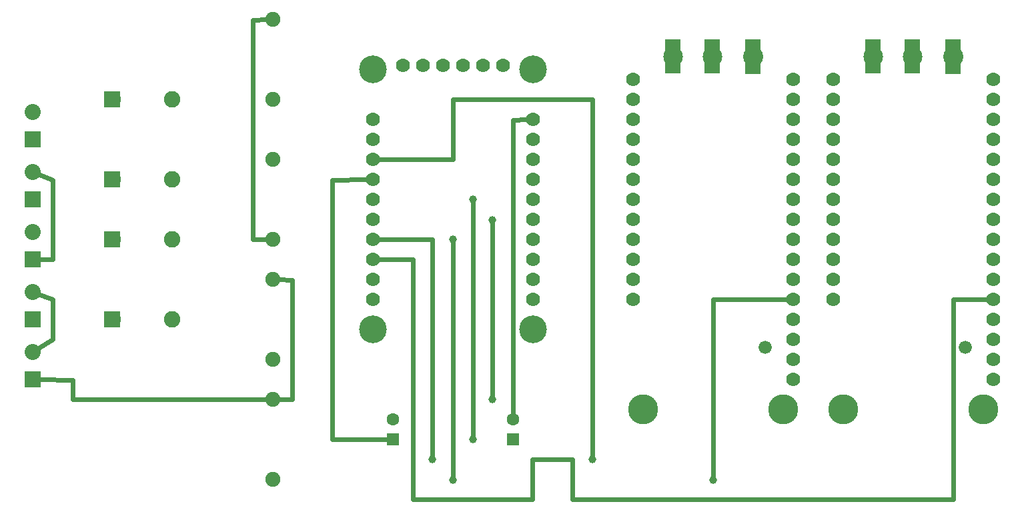
<source format=gtl>
G04 MADE WITH FRITZING*
G04 WWW.FRITZING.ORG*
G04 DOUBLE SIDED*
G04 HOLES PLATED*
G04 CONTOUR ON CENTER OF CONTOUR VECTOR*
%ASAXBY*%
%FSLAX23Y23*%
%MOIN*%
%OFA0B0*%
%SFA1.0B1.0*%
%ADD10C,0.138425*%
%ADD11C,0.070000*%
%ADD12C,0.098425*%
%ADD13C,0.150000*%
%ADD14C,0.100000*%
%ADD15C,0.066000*%
%ADD16C,0.075000*%
%ADD17C,0.082000*%
%ADD18C,0.080000*%
%ADD19C,0.062992*%
%ADD20C,0.039370*%
%ADD21R,0.082000X0.082000*%
%ADD22R,0.080000X0.080000*%
%ADD23R,0.062992X0.062992*%
%ADD24C,0.024000*%
%ADD25R,0.001000X0.001000*%
%LNCOPPER1*%
G90*
G70*
G54D10*
X2639Y2266D03*
X2639Y966D03*
G54D11*
X2489Y2286D03*
X2389Y2286D03*
X2289Y2286D03*
X2189Y2286D03*
X2089Y2286D03*
X1989Y2286D03*
X2639Y1116D03*
X2639Y1216D03*
X2639Y1316D03*
X2639Y1416D03*
X2639Y1516D03*
X2639Y1616D03*
X2639Y1716D03*
X2639Y1816D03*
X2639Y1916D03*
G54D10*
X1839Y966D03*
G54D11*
X2639Y2016D03*
G54D10*
X1839Y2266D03*
G54D11*
X1839Y2016D03*
X1839Y1916D03*
X1839Y1816D03*
X1839Y1716D03*
X1839Y1616D03*
X1839Y1516D03*
X1839Y1416D03*
X1839Y1316D03*
X1839Y1216D03*
X1839Y1116D03*
X3139Y1316D03*
G54D12*
X3339Y2331D03*
G54D13*
X3889Y566D03*
G54D12*
X3537Y2331D03*
G54D14*
X3739Y2331D03*
G54D15*
X3799Y876D03*
G54D11*
X3139Y1516D03*
X3939Y716D03*
X3139Y1116D03*
X3939Y816D03*
X3939Y916D03*
X3939Y1016D03*
X3939Y1116D03*
X3939Y1216D03*
X3939Y1316D03*
X3139Y1616D03*
X3939Y1416D03*
X3139Y1416D03*
X3939Y1516D03*
X3139Y1216D03*
X3939Y1616D03*
G54D13*
X3189Y566D03*
G54D11*
X3939Y1716D03*
X3939Y1816D03*
X3939Y1916D03*
X3939Y2016D03*
X3939Y2116D03*
X3939Y2216D03*
X3139Y2216D03*
X3139Y2116D03*
X3139Y2016D03*
X3139Y1916D03*
X3139Y1816D03*
X3139Y1716D03*
X4139Y1316D03*
G54D12*
X4339Y2331D03*
G54D13*
X4889Y566D03*
G54D12*
X4537Y2331D03*
G54D14*
X4739Y2331D03*
G54D15*
X4799Y876D03*
G54D11*
X4139Y1516D03*
X4939Y716D03*
X4139Y1116D03*
X4939Y816D03*
X4939Y916D03*
X4939Y1016D03*
X4939Y1116D03*
X4939Y1216D03*
X4939Y1316D03*
X4139Y1616D03*
X4939Y1416D03*
X4139Y1416D03*
X4939Y1516D03*
X4139Y1216D03*
X4939Y1616D03*
G54D13*
X4189Y566D03*
G54D11*
X4939Y1716D03*
X4939Y1816D03*
X4939Y1916D03*
X4939Y2016D03*
X4939Y2116D03*
X4939Y2216D03*
X4139Y2216D03*
X4139Y2116D03*
X4139Y2016D03*
X4139Y1916D03*
X4139Y1816D03*
X4139Y1716D03*
G54D16*
X1339Y2516D03*
X1339Y2116D03*
X1339Y1816D03*
X1339Y1416D03*
X1339Y1216D03*
X1339Y816D03*
X1339Y216D03*
X1339Y616D03*
G54D17*
X539Y2116D03*
X837Y2116D03*
X539Y1716D03*
X837Y1716D03*
X539Y1416D03*
X837Y1416D03*
X539Y1016D03*
X837Y1016D03*
G54D18*
X139Y1916D03*
X139Y2054D03*
X139Y1616D03*
X139Y1754D03*
X139Y1316D03*
X139Y1454D03*
X139Y1016D03*
X139Y1154D03*
X139Y716D03*
X139Y854D03*
G54D19*
X1939Y418D03*
X1939Y516D03*
X2539Y418D03*
X2539Y516D03*
G54D20*
X2239Y214D03*
X2341Y418D03*
X2341Y1617D03*
X2239Y1418D03*
X2438Y617D03*
X2438Y1515D03*
X2938Y316D03*
X2137Y316D03*
X3540Y214D03*
G54D21*
X538Y2116D03*
X538Y1716D03*
X538Y1416D03*
X538Y1016D03*
G54D22*
X139Y1916D03*
X139Y1616D03*
X139Y1316D03*
X139Y1016D03*
X139Y716D03*
G54D23*
X1939Y418D03*
X2539Y418D03*
G54D24*
X1239Y1418D02*
X1239Y2515D01*
D02*
X1239Y2515D02*
X1310Y2516D01*
D02*
X1310Y1417D02*
X1239Y1418D01*
D02*
X1310Y616D02*
X340Y617D01*
D02*
X340Y617D02*
X340Y714D01*
D02*
X340Y714D02*
X170Y716D01*
D02*
X239Y918D02*
X239Y1117D01*
D02*
X239Y1117D02*
X168Y1143D01*
D02*
X165Y871D02*
X239Y918D01*
D02*
X239Y1714D02*
X239Y1316D01*
D02*
X239Y1316D02*
X170Y1316D01*
D02*
X168Y1743D02*
X239Y1714D01*
D02*
X2239Y233D02*
X2239Y1399D01*
D02*
X2341Y1598D02*
X2341Y437D01*
D02*
X1912Y418D02*
X1637Y418D01*
D02*
X1637Y418D02*
X1637Y1714D01*
D02*
X1637Y1714D02*
X1808Y1716D01*
D02*
X2539Y543D02*
X2540Y2015D01*
D02*
X2540Y2015D02*
X2608Y2016D01*
D02*
X1438Y617D02*
X1438Y1214D01*
D02*
X1438Y1214D02*
X1367Y1216D01*
D02*
X1367Y616D02*
X1438Y617D01*
D02*
X2438Y636D02*
X2438Y1496D01*
D02*
X2938Y2117D02*
X2938Y335D01*
D02*
X2239Y2117D02*
X2938Y2117D01*
D02*
X2239Y1816D02*
X2239Y2117D01*
D02*
X1870Y1816D02*
X2239Y1816D01*
D02*
X2137Y1418D02*
X2137Y335D01*
D02*
X1870Y1416D02*
X2137Y1418D01*
D02*
X3540Y233D02*
X3540Y1117D01*
D02*
X3540Y1117D02*
X3908Y1116D01*
D02*
X2837Y117D02*
X4739Y117D01*
D02*
X4739Y117D02*
X4739Y1117D01*
D02*
X2837Y316D02*
X2837Y117D01*
D02*
X4739Y1117D02*
X4908Y1116D01*
D02*
X2638Y316D02*
X2837Y316D01*
D02*
X2638Y117D02*
X2638Y316D01*
D02*
X2040Y117D02*
X2638Y117D01*
D02*
X2040Y1316D02*
X2040Y117D01*
D02*
X1870Y1316D02*
X2040Y1316D01*
G54D25*
X3701Y2418D02*
X3775Y2418D01*
X4701Y2418D02*
X4775Y2418D01*
X3301Y2417D02*
X3375Y2417D01*
X3499Y2417D02*
X3573Y2417D01*
X3701Y2417D02*
X3775Y2417D01*
X4301Y2417D02*
X4375Y2417D01*
X4499Y2417D02*
X4573Y2417D01*
X4701Y2417D02*
X4775Y2417D01*
X3301Y2416D02*
X3375Y2416D01*
X3499Y2416D02*
X3573Y2416D01*
X3701Y2416D02*
X3775Y2416D01*
X4301Y2416D02*
X4375Y2416D01*
X4499Y2416D02*
X4573Y2416D01*
X4701Y2416D02*
X4775Y2416D01*
X3301Y2415D02*
X3375Y2415D01*
X3499Y2415D02*
X3573Y2415D01*
X3701Y2415D02*
X3775Y2415D01*
X4301Y2415D02*
X4375Y2415D01*
X4499Y2415D02*
X4573Y2415D01*
X4701Y2415D02*
X4775Y2415D01*
X3301Y2414D02*
X3375Y2414D01*
X3499Y2414D02*
X3573Y2414D01*
X3701Y2414D02*
X3775Y2414D01*
X4301Y2414D02*
X4375Y2414D01*
X4499Y2414D02*
X4573Y2414D01*
X4701Y2414D02*
X4775Y2414D01*
X3301Y2413D02*
X3375Y2413D01*
X3499Y2413D02*
X3573Y2413D01*
X3701Y2413D02*
X3775Y2413D01*
X4301Y2413D02*
X4375Y2413D01*
X4499Y2413D02*
X4573Y2413D01*
X4701Y2413D02*
X4775Y2413D01*
X3301Y2412D02*
X3375Y2412D01*
X3499Y2412D02*
X3573Y2412D01*
X3701Y2412D02*
X3775Y2412D01*
X4301Y2412D02*
X4375Y2412D01*
X4499Y2412D02*
X4573Y2412D01*
X4701Y2412D02*
X4775Y2412D01*
X3301Y2411D02*
X3375Y2411D01*
X3499Y2411D02*
X3573Y2411D01*
X3701Y2411D02*
X3775Y2411D01*
X4301Y2411D02*
X4375Y2411D01*
X4499Y2411D02*
X4573Y2411D01*
X4701Y2411D02*
X4775Y2411D01*
X3301Y2410D02*
X3375Y2410D01*
X3499Y2410D02*
X3573Y2410D01*
X3701Y2410D02*
X3775Y2410D01*
X4301Y2410D02*
X4375Y2410D01*
X4499Y2410D02*
X4573Y2410D01*
X4701Y2410D02*
X4775Y2410D01*
X3301Y2409D02*
X3375Y2409D01*
X3499Y2409D02*
X3573Y2409D01*
X3701Y2409D02*
X3775Y2409D01*
X4301Y2409D02*
X4375Y2409D01*
X4499Y2409D02*
X4573Y2409D01*
X4701Y2409D02*
X4775Y2409D01*
X3301Y2408D02*
X3375Y2408D01*
X3499Y2408D02*
X3573Y2408D01*
X3701Y2408D02*
X3775Y2408D01*
X4301Y2408D02*
X4375Y2408D01*
X4499Y2408D02*
X4573Y2408D01*
X4701Y2408D02*
X4775Y2408D01*
X3301Y2407D02*
X3375Y2407D01*
X3499Y2407D02*
X3573Y2407D01*
X3701Y2407D02*
X3775Y2407D01*
X4301Y2407D02*
X4375Y2407D01*
X4499Y2407D02*
X4573Y2407D01*
X4701Y2407D02*
X4775Y2407D01*
X3301Y2406D02*
X3375Y2406D01*
X3499Y2406D02*
X3573Y2406D01*
X3701Y2406D02*
X3775Y2406D01*
X4301Y2406D02*
X4375Y2406D01*
X4499Y2406D02*
X4573Y2406D01*
X4701Y2406D02*
X4775Y2406D01*
X3301Y2405D02*
X3375Y2405D01*
X3499Y2405D02*
X3573Y2405D01*
X3701Y2405D02*
X3775Y2405D01*
X4301Y2405D02*
X4375Y2405D01*
X4499Y2405D02*
X4573Y2405D01*
X4701Y2405D02*
X4775Y2405D01*
X3301Y2404D02*
X3375Y2404D01*
X3499Y2404D02*
X3573Y2404D01*
X3701Y2404D02*
X3775Y2404D01*
X4301Y2404D02*
X4375Y2404D01*
X4499Y2404D02*
X4573Y2404D01*
X4701Y2404D02*
X4775Y2404D01*
X3301Y2403D02*
X3375Y2403D01*
X3499Y2403D02*
X3573Y2403D01*
X3701Y2403D02*
X3775Y2403D01*
X4301Y2403D02*
X4375Y2403D01*
X4499Y2403D02*
X4573Y2403D01*
X4701Y2403D02*
X4775Y2403D01*
X3301Y2402D02*
X3375Y2402D01*
X3499Y2402D02*
X3573Y2402D01*
X3701Y2402D02*
X3775Y2402D01*
X4301Y2402D02*
X4375Y2402D01*
X4499Y2402D02*
X4573Y2402D01*
X4701Y2402D02*
X4775Y2402D01*
X3301Y2401D02*
X3375Y2401D01*
X3499Y2401D02*
X3573Y2401D01*
X3701Y2401D02*
X3775Y2401D01*
X4301Y2401D02*
X4375Y2401D01*
X4499Y2401D02*
X4573Y2401D01*
X4701Y2401D02*
X4775Y2401D01*
X3301Y2400D02*
X3375Y2400D01*
X3499Y2400D02*
X3573Y2400D01*
X3701Y2400D02*
X3775Y2400D01*
X4301Y2400D02*
X4375Y2400D01*
X4499Y2400D02*
X4573Y2400D01*
X4701Y2400D02*
X4775Y2400D01*
X3301Y2399D02*
X3375Y2399D01*
X3499Y2399D02*
X3573Y2399D01*
X3701Y2399D02*
X3775Y2399D01*
X4301Y2399D02*
X4375Y2399D01*
X4499Y2399D02*
X4573Y2399D01*
X4701Y2399D02*
X4775Y2399D01*
X3301Y2398D02*
X3375Y2398D01*
X3499Y2398D02*
X3573Y2398D01*
X3701Y2398D02*
X3775Y2398D01*
X4301Y2398D02*
X4375Y2398D01*
X4499Y2398D02*
X4573Y2398D01*
X4701Y2398D02*
X4775Y2398D01*
X3301Y2397D02*
X3375Y2397D01*
X3499Y2397D02*
X3573Y2397D01*
X3701Y2397D02*
X3775Y2397D01*
X4301Y2397D02*
X4375Y2397D01*
X4499Y2397D02*
X4573Y2397D01*
X4701Y2397D02*
X4775Y2397D01*
X3301Y2396D02*
X3375Y2396D01*
X3499Y2396D02*
X3573Y2396D01*
X3701Y2396D02*
X3775Y2396D01*
X4301Y2396D02*
X4375Y2396D01*
X4499Y2396D02*
X4573Y2396D01*
X4701Y2396D02*
X4775Y2396D01*
X3301Y2395D02*
X3375Y2395D01*
X3499Y2395D02*
X3573Y2395D01*
X3701Y2395D02*
X3775Y2395D01*
X4301Y2395D02*
X4375Y2395D01*
X4499Y2395D02*
X4573Y2395D01*
X4701Y2395D02*
X4775Y2395D01*
X3301Y2394D02*
X3375Y2394D01*
X3499Y2394D02*
X3573Y2394D01*
X3701Y2394D02*
X3775Y2394D01*
X4301Y2394D02*
X4375Y2394D01*
X4499Y2394D02*
X4573Y2394D01*
X4701Y2394D02*
X4775Y2394D01*
X3301Y2393D02*
X3375Y2393D01*
X3499Y2393D02*
X3573Y2393D01*
X3701Y2393D02*
X3775Y2393D01*
X4301Y2393D02*
X4375Y2393D01*
X4499Y2393D02*
X4573Y2393D01*
X4701Y2393D02*
X4775Y2393D01*
X3301Y2392D02*
X3375Y2392D01*
X3499Y2392D02*
X3573Y2392D01*
X3701Y2392D02*
X3775Y2392D01*
X4301Y2392D02*
X4375Y2392D01*
X4499Y2392D02*
X4573Y2392D01*
X4701Y2392D02*
X4775Y2392D01*
X3301Y2391D02*
X3375Y2391D01*
X3499Y2391D02*
X3573Y2391D01*
X3701Y2391D02*
X3775Y2391D01*
X4301Y2391D02*
X4375Y2391D01*
X4499Y2391D02*
X4573Y2391D01*
X4701Y2391D02*
X4775Y2391D01*
X3301Y2390D02*
X3375Y2390D01*
X3499Y2390D02*
X3573Y2390D01*
X3701Y2390D02*
X3775Y2390D01*
X4301Y2390D02*
X4375Y2390D01*
X4499Y2390D02*
X4573Y2390D01*
X4701Y2390D02*
X4775Y2390D01*
X3301Y2389D02*
X3375Y2389D01*
X3499Y2389D02*
X3573Y2389D01*
X3701Y2389D02*
X3775Y2389D01*
X4301Y2389D02*
X4375Y2389D01*
X4499Y2389D02*
X4573Y2389D01*
X4701Y2389D02*
X4775Y2389D01*
X3301Y2388D02*
X3375Y2388D01*
X3499Y2388D02*
X3573Y2388D01*
X3701Y2388D02*
X3775Y2388D01*
X4301Y2388D02*
X4375Y2388D01*
X4499Y2388D02*
X4573Y2388D01*
X4701Y2388D02*
X4775Y2388D01*
X3301Y2387D02*
X3375Y2387D01*
X3499Y2387D02*
X3573Y2387D01*
X3701Y2387D02*
X3775Y2387D01*
X4301Y2387D02*
X4375Y2387D01*
X4499Y2387D02*
X4573Y2387D01*
X4701Y2387D02*
X4775Y2387D01*
X3301Y2386D02*
X3375Y2386D01*
X3499Y2386D02*
X3573Y2386D01*
X3701Y2386D02*
X3775Y2386D01*
X4301Y2386D02*
X4375Y2386D01*
X4499Y2386D02*
X4573Y2386D01*
X4701Y2386D02*
X4775Y2386D01*
X3301Y2385D02*
X3375Y2385D01*
X3499Y2385D02*
X3573Y2385D01*
X3701Y2385D02*
X3775Y2385D01*
X4301Y2385D02*
X4375Y2385D01*
X4499Y2385D02*
X4573Y2385D01*
X4701Y2385D02*
X4775Y2385D01*
X3301Y2384D02*
X3375Y2384D01*
X3499Y2384D02*
X3573Y2384D01*
X3701Y2384D02*
X3775Y2384D01*
X4301Y2384D02*
X4375Y2384D01*
X4499Y2384D02*
X4573Y2384D01*
X4701Y2384D02*
X4775Y2384D01*
X3301Y2383D02*
X3375Y2383D01*
X3499Y2383D02*
X3573Y2383D01*
X3701Y2383D02*
X3775Y2383D01*
X4301Y2383D02*
X4375Y2383D01*
X4499Y2383D02*
X4573Y2383D01*
X4701Y2383D02*
X4775Y2383D01*
X3301Y2382D02*
X3375Y2382D01*
X3499Y2382D02*
X3573Y2382D01*
X3701Y2382D02*
X3775Y2382D01*
X4301Y2382D02*
X4375Y2382D01*
X4499Y2382D02*
X4573Y2382D01*
X4701Y2382D02*
X4775Y2382D01*
X3301Y2381D02*
X3375Y2381D01*
X3499Y2381D02*
X3573Y2381D01*
X3701Y2381D02*
X3775Y2381D01*
X4301Y2381D02*
X4375Y2381D01*
X4499Y2381D02*
X4573Y2381D01*
X4701Y2381D02*
X4775Y2381D01*
X3301Y2380D02*
X3375Y2380D01*
X3499Y2380D02*
X3573Y2380D01*
X3701Y2380D02*
X3775Y2380D01*
X4301Y2380D02*
X4375Y2380D01*
X4499Y2380D02*
X4573Y2380D01*
X4701Y2380D02*
X4775Y2380D01*
X3301Y2379D02*
X3375Y2379D01*
X3499Y2379D02*
X3573Y2379D01*
X3701Y2379D02*
X3775Y2379D01*
X4301Y2379D02*
X4375Y2379D01*
X4499Y2379D02*
X4573Y2379D01*
X4701Y2379D02*
X4775Y2379D01*
X3301Y2378D02*
X3375Y2378D01*
X3499Y2378D02*
X3573Y2378D01*
X3701Y2378D02*
X3775Y2378D01*
X4301Y2378D02*
X4375Y2378D01*
X4499Y2378D02*
X4573Y2378D01*
X4701Y2378D02*
X4775Y2378D01*
X3301Y2377D02*
X3375Y2377D01*
X3499Y2377D02*
X3573Y2377D01*
X3701Y2377D02*
X3775Y2377D01*
X4301Y2377D02*
X4375Y2377D01*
X4499Y2377D02*
X4573Y2377D01*
X4701Y2377D02*
X4775Y2377D01*
X3301Y2376D02*
X3375Y2376D01*
X3499Y2376D02*
X3573Y2376D01*
X3701Y2376D02*
X3775Y2376D01*
X4301Y2376D02*
X4375Y2376D01*
X4499Y2376D02*
X4573Y2376D01*
X4701Y2376D02*
X4775Y2376D01*
X3301Y2375D02*
X3375Y2375D01*
X3499Y2375D02*
X3573Y2375D01*
X3701Y2375D02*
X3775Y2375D01*
X4301Y2375D02*
X4375Y2375D01*
X4499Y2375D02*
X4573Y2375D01*
X4701Y2375D02*
X4775Y2375D01*
X3301Y2374D02*
X3375Y2374D01*
X3499Y2374D02*
X3573Y2374D01*
X3701Y2374D02*
X3775Y2374D01*
X4301Y2374D02*
X4375Y2374D01*
X4499Y2374D02*
X4573Y2374D01*
X4701Y2374D02*
X4775Y2374D01*
X3301Y2373D02*
X3375Y2373D01*
X3499Y2373D02*
X3573Y2373D01*
X3701Y2373D02*
X3775Y2373D01*
X4301Y2373D02*
X4375Y2373D01*
X4499Y2373D02*
X4573Y2373D01*
X4701Y2373D02*
X4775Y2373D01*
X3301Y2372D02*
X3375Y2372D01*
X3499Y2372D02*
X3573Y2372D01*
X3701Y2372D02*
X3775Y2372D01*
X4301Y2372D02*
X4375Y2372D01*
X4499Y2372D02*
X4573Y2372D01*
X4701Y2372D02*
X4775Y2372D01*
X3301Y2371D02*
X3375Y2371D01*
X3499Y2371D02*
X3573Y2371D01*
X3701Y2371D02*
X3775Y2371D01*
X4301Y2371D02*
X4375Y2371D01*
X4499Y2371D02*
X4573Y2371D01*
X4701Y2371D02*
X4775Y2371D01*
X3301Y2370D02*
X3375Y2370D01*
X3499Y2370D02*
X3573Y2370D01*
X3701Y2370D02*
X3775Y2370D01*
X4301Y2370D02*
X4375Y2370D01*
X4499Y2370D02*
X4573Y2370D01*
X4701Y2370D02*
X4775Y2370D01*
X3301Y2369D02*
X3375Y2369D01*
X3499Y2369D02*
X3573Y2369D01*
X3701Y2369D02*
X3733Y2369D01*
X3743Y2369D02*
X3775Y2369D01*
X4301Y2369D02*
X4375Y2369D01*
X4499Y2369D02*
X4573Y2369D01*
X4701Y2369D02*
X4733Y2369D01*
X4743Y2369D02*
X4775Y2369D01*
X3301Y2368D02*
X3329Y2368D01*
X3347Y2368D02*
X3375Y2368D01*
X3499Y2368D02*
X3528Y2368D01*
X3545Y2368D02*
X3573Y2368D01*
X3701Y2368D02*
X3728Y2368D01*
X3748Y2368D02*
X3775Y2368D01*
X4301Y2368D02*
X4329Y2368D01*
X4347Y2368D02*
X4375Y2368D01*
X4499Y2368D02*
X4527Y2368D01*
X4545Y2368D02*
X4573Y2368D01*
X4701Y2368D02*
X4728Y2368D01*
X4748Y2368D02*
X4775Y2368D01*
X3301Y2367D02*
X3326Y2367D01*
X3350Y2367D02*
X3375Y2367D01*
X3499Y2367D02*
X3524Y2367D01*
X3548Y2367D02*
X3573Y2367D01*
X3701Y2367D02*
X3725Y2367D01*
X3751Y2367D02*
X3775Y2367D01*
X4301Y2367D02*
X4326Y2367D01*
X4350Y2367D02*
X4375Y2367D01*
X4499Y2367D02*
X4524Y2367D01*
X4548Y2367D02*
X4573Y2367D01*
X4701Y2367D02*
X4725Y2367D01*
X4751Y2367D02*
X4775Y2367D01*
X3301Y2366D02*
X3323Y2366D01*
X3353Y2366D02*
X3375Y2366D01*
X3499Y2366D02*
X3521Y2366D01*
X3551Y2366D02*
X3573Y2366D01*
X3701Y2366D02*
X3722Y2366D01*
X3754Y2366D02*
X3775Y2366D01*
X4301Y2366D02*
X4323Y2366D01*
X4353Y2366D02*
X4375Y2366D01*
X4499Y2366D02*
X4521Y2366D01*
X4551Y2366D02*
X4573Y2366D01*
X4701Y2366D02*
X4722Y2366D01*
X4754Y2366D02*
X4775Y2366D01*
X3301Y2365D02*
X3321Y2365D01*
X3355Y2365D02*
X3375Y2365D01*
X3499Y2365D02*
X3519Y2365D01*
X3553Y2365D02*
X3573Y2365D01*
X3701Y2365D02*
X3720Y2365D01*
X3756Y2365D02*
X3775Y2365D01*
X4301Y2365D02*
X4321Y2365D01*
X4355Y2365D02*
X4375Y2365D01*
X4499Y2365D02*
X4519Y2365D01*
X4553Y2365D02*
X4573Y2365D01*
X4701Y2365D02*
X4720Y2365D01*
X4756Y2365D02*
X4775Y2365D01*
X3301Y2364D02*
X3319Y2364D01*
X3357Y2364D02*
X3375Y2364D01*
X3499Y2364D02*
X3517Y2364D01*
X3555Y2364D02*
X3573Y2364D01*
X3701Y2364D02*
X3718Y2364D01*
X3758Y2364D02*
X3775Y2364D01*
X4301Y2364D02*
X4319Y2364D01*
X4357Y2364D02*
X4375Y2364D01*
X4499Y2364D02*
X4517Y2364D01*
X4555Y2364D02*
X4573Y2364D01*
X4701Y2364D02*
X4718Y2364D01*
X4758Y2364D02*
X4775Y2364D01*
X3301Y2363D02*
X3317Y2363D01*
X3359Y2363D02*
X3375Y2363D01*
X3499Y2363D02*
X3515Y2363D01*
X3557Y2363D02*
X3573Y2363D01*
X3701Y2363D02*
X3717Y2363D01*
X3759Y2363D02*
X3775Y2363D01*
X4301Y2363D02*
X4317Y2363D01*
X4359Y2363D02*
X4375Y2363D01*
X4499Y2363D02*
X4515Y2363D01*
X4557Y2363D02*
X4573Y2363D01*
X4701Y2363D02*
X4717Y2363D01*
X4759Y2363D02*
X4775Y2363D01*
X3301Y2362D02*
X3316Y2362D01*
X3360Y2362D02*
X3375Y2362D01*
X3499Y2362D02*
X3514Y2362D01*
X3558Y2362D02*
X3573Y2362D01*
X3701Y2362D02*
X3715Y2362D01*
X3761Y2362D02*
X3775Y2362D01*
X4301Y2362D02*
X4316Y2362D01*
X4360Y2362D02*
X4375Y2362D01*
X4499Y2362D02*
X4514Y2362D01*
X4558Y2362D02*
X4573Y2362D01*
X4701Y2362D02*
X4715Y2362D01*
X4761Y2362D02*
X4775Y2362D01*
X3301Y2361D02*
X3314Y2361D01*
X3362Y2361D02*
X3375Y2361D01*
X3499Y2361D02*
X3512Y2361D01*
X3560Y2361D02*
X3573Y2361D01*
X3701Y2361D02*
X3714Y2361D01*
X3762Y2361D02*
X3775Y2361D01*
X4301Y2361D02*
X4314Y2361D01*
X4362Y2361D02*
X4375Y2361D01*
X4499Y2361D02*
X4512Y2361D01*
X4560Y2361D02*
X4573Y2361D01*
X4701Y2361D02*
X4714Y2361D01*
X4762Y2361D02*
X4775Y2361D01*
X3301Y2360D02*
X3313Y2360D01*
X3363Y2360D02*
X3375Y2360D01*
X3499Y2360D02*
X3511Y2360D01*
X3561Y2360D02*
X3573Y2360D01*
X3701Y2360D02*
X3713Y2360D01*
X3763Y2360D02*
X3775Y2360D01*
X4301Y2360D02*
X4313Y2360D01*
X4363Y2360D02*
X4375Y2360D01*
X4499Y2360D02*
X4511Y2360D01*
X4561Y2360D02*
X4573Y2360D01*
X4701Y2360D02*
X4713Y2360D01*
X4763Y2360D02*
X4775Y2360D01*
X3301Y2359D02*
X3312Y2359D01*
X3364Y2359D02*
X3375Y2359D01*
X3499Y2359D02*
X3510Y2359D01*
X3562Y2359D02*
X3573Y2359D01*
X3701Y2359D02*
X3712Y2359D01*
X3764Y2359D02*
X3775Y2359D01*
X4301Y2359D02*
X4312Y2359D01*
X4364Y2359D02*
X4375Y2359D01*
X4499Y2359D02*
X4510Y2359D01*
X4562Y2359D02*
X4573Y2359D01*
X4701Y2359D02*
X4712Y2359D01*
X4764Y2359D02*
X4775Y2359D01*
X3301Y2358D02*
X3311Y2358D01*
X3365Y2358D02*
X3375Y2358D01*
X3499Y2358D02*
X3509Y2358D01*
X3563Y2358D02*
X3573Y2358D01*
X3701Y2358D02*
X3711Y2358D01*
X3765Y2358D02*
X3775Y2358D01*
X4301Y2358D02*
X4311Y2358D01*
X4365Y2358D02*
X4375Y2358D01*
X4499Y2358D02*
X4509Y2358D01*
X4563Y2358D02*
X4573Y2358D01*
X4701Y2358D02*
X4711Y2358D01*
X4765Y2358D02*
X4775Y2358D01*
X3301Y2357D02*
X3310Y2357D01*
X3366Y2357D02*
X3375Y2357D01*
X3499Y2357D02*
X3508Y2357D01*
X3564Y2357D02*
X3573Y2357D01*
X3701Y2357D02*
X3710Y2357D01*
X3766Y2357D02*
X3775Y2357D01*
X4301Y2357D02*
X4310Y2357D01*
X4366Y2357D02*
X4375Y2357D01*
X4499Y2357D02*
X4508Y2357D01*
X4564Y2357D02*
X4573Y2357D01*
X4701Y2357D02*
X4710Y2357D01*
X4766Y2357D02*
X4775Y2357D01*
X3301Y2356D02*
X3309Y2356D01*
X3367Y2356D02*
X3375Y2356D01*
X3499Y2356D02*
X3507Y2356D01*
X3565Y2356D02*
X3573Y2356D01*
X3701Y2356D02*
X3709Y2356D01*
X3767Y2356D02*
X3775Y2356D01*
X4301Y2356D02*
X4309Y2356D01*
X4367Y2356D02*
X4375Y2356D01*
X4499Y2356D02*
X4507Y2356D01*
X4565Y2356D02*
X4573Y2356D01*
X4701Y2356D02*
X4709Y2356D01*
X4767Y2356D02*
X4775Y2356D01*
X3301Y2355D02*
X3308Y2355D01*
X3368Y2355D02*
X3375Y2355D01*
X3499Y2355D02*
X3506Y2355D01*
X3566Y2355D02*
X3573Y2355D01*
X3701Y2355D02*
X3708Y2355D01*
X3768Y2355D02*
X3775Y2355D01*
X4301Y2355D02*
X4308Y2355D01*
X4368Y2355D02*
X4375Y2355D01*
X4499Y2355D02*
X4506Y2355D01*
X4566Y2355D02*
X4573Y2355D01*
X4701Y2355D02*
X4708Y2355D01*
X4768Y2355D02*
X4775Y2355D01*
X3301Y2354D02*
X3308Y2354D01*
X3369Y2354D02*
X3375Y2354D01*
X3499Y2354D02*
X3506Y2354D01*
X3567Y2354D02*
X3573Y2354D01*
X3701Y2354D02*
X3707Y2354D01*
X3769Y2354D02*
X3775Y2354D01*
X4301Y2354D02*
X4308Y2354D01*
X4368Y2354D02*
X4375Y2354D01*
X4499Y2354D02*
X4506Y2354D01*
X4566Y2354D02*
X4573Y2354D01*
X4701Y2354D02*
X4707Y2354D01*
X4769Y2354D02*
X4775Y2354D01*
X3301Y2353D02*
X3307Y2353D01*
X3369Y2353D02*
X3375Y2353D01*
X3499Y2353D02*
X3505Y2353D01*
X3567Y2353D02*
X3573Y2353D01*
X3701Y2353D02*
X3706Y2353D01*
X3770Y2353D02*
X3775Y2353D01*
X4301Y2353D02*
X4307Y2353D01*
X4369Y2353D02*
X4375Y2353D01*
X4499Y2353D02*
X4505Y2353D01*
X4567Y2353D02*
X4573Y2353D01*
X4701Y2353D02*
X4706Y2353D01*
X4770Y2353D02*
X4775Y2353D01*
X3301Y2352D02*
X3306Y2352D01*
X3370Y2352D02*
X3375Y2352D01*
X3499Y2352D02*
X3504Y2352D01*
X3568Y2352D02*
X3573Y2352D01*
X3701Y2352D02*
X3706Y2352D01*
X3770Y2352D02*
X3775Y2352D01*
X4301Y2352D02*
X4306Y2352D01*
X4370Y2352D02*
X4375Y2352D01*
X4499Y2352D02*
X4504Y2352D01*
X4568Y2352D02*
X4573Y2352D01*
X4701Y2352D02*
X4706Y2352D01*
X4770Y2352D02*
X4775Y2352D01*
X3301Y2351D02*
X3306Y2351D01*
X3371Y2351D02*
X3375Y2351D01*
X3499Y2351D02*
X3504Y2351D01*
X3569Y2351D02*
X3573Y2351D01*
X3701Y2351D02*
X3705Y2351D01*
X3771Y2351D02*
X3775Y2351D01*
X4301Y2351D02*
X4306Y2351D01*
X4370Y2351D02*
X4375Y2351D01*
X4499Y2351D02*
X4504Y2351D01*
X4569Y2351D02*
X4573Y2351D01*
X4701Y2351D02*
X4705Y2351D01*
X4771Y2351D02*
X4775Y2351D01*
X3301Y2350D02*
X3305Y2350D01*
X3371Y2350D02*
X3375Y2350D01*
X3499Y2350D02*
X3503Y2350D01*
X3569Y2350D02*
X3573Y2350D01*
X3701Y2350D02*
X3705Y2350D01*
X3771Y2350D02*
X3775Y2350D01*
X4301Y2350D02*
X4305Y2350D01*
X4371Y2350D02*
X4375Y2350D01*
X4499Y2350D02*
X4503Y2350D01*
X4569Y2350D02*
X4573Y2350D01*
X4701Y2350D02*
X4705Y2350D01*
X4771Y2350D02*
X4775Y2350D01*
X3301Y2349D02*
X3304Y2349D01*
X3372Y2349D02*
X3375Y2349D01*
X3499Y2349D02*
X3502Y2349D01*
X3570Y2349D02*
X3573Y2349D01*
X3701Y2349D02*
X3704Y2349D01*
X3772Y2349D02*
X3775Y2349D01*
X4301Y2349D02*
X4304Y2349D01*
X4372Y2349D02*
X4375Y2349D01*
X4499Y2349D02*
X4502Y2349D01*
X4570Y2349D02*
X4573Y2349D01*
X4701Y2349D02*
X4704Y2349D01*
X4772Y2349D02*
X4775Y2349D01*
X3301Y2348D02*
X3304Y2348D01*
X3372Y2348D02*
X3375Y2348D01*
X3499Y2348D02*
X3502Y2348D01*
X3570Y2348D02*
X3573Y2348D01*
X3701Y2348D02*
X3704Y2348D01*
X3773Y2348D02*
X3775Y2348D01*
X4301Y2348D02*
X4304Y2348D01*
X4372Y2348D02*
X4375Y2348D01*
X4499Y2348D02*
X4502Y2348D01*
X4570Y2348D02*
X4573Y2348D01*
X4701Y2348D02*
X4704Y2348D01*
X4772Y2348D02*
X4775Y2348D01*
X3301Y2347D02*
X3303Y2347D01*
X3373Y2347D02*
X3375Y2347D01*
X3499Y2347D02*
X3501Y2347D01*
X3571Y2347D02*
X3573Y2347D01*
X3701Y2347D02*
X3703Y2347D01*
X3773Y2347D02*
X3775Y2347D01*
X4301Y2347D02*
X4303Y2347D01*
X4373Y2347D02*
X4375Y2347D01*
X4499Y2347D02*
X4501Y2347D01*
X4571Y2347D02*
X4573Y2347D01*
X4701Y2347D02*
X4703Y2347D01*
X4773Y2347D02*
X4775Y2347D01*
X3301Y2346D02*
X3303Y2346D01*
X3373Y2346D02*
X3375Y2346D01*
X3499Y2346D02*
X3501Y2346D01*
X3571Y2346D02*
X3573Y2346D01*
X3701Y2346D02*
X3703Y2346D01*
X3773Y2346D02*
X3775Y2346D01*
X4301Y2346D02*
X4303Y2346D01*
X4373Y2346D02*
X4375Y2346D01*
X4499Y2346D02*
X4501Y2346D01*
X4571Y2346D02*
X4573Y2346D01*
X4701Y2346D02*
X4703Y2346D01*
X4773Y2346D02*
X4775Y2346D01*
X3301Y2345D02*
X3303Y2345D01*
X3373Y2345D02*
X3375Y2345D01*
X3499Y2345D02*
X3501Y2345D01*
X3572Y2345D02*
X3573Y2345D01*
X3701Y2345D02*
X3702Y2345D01*
X3774Y2345D02*
X3775Y2345D01*
X4301Y2345D02*
X4303Y2345D01*
X4373Y2345D02*
X4375Y2345D01*
X4499Y2345D02*
X4501Y2345D01*
X4571Y2345D02*
X4573Y2345D01*
X4701Y2345D02*
X4702Y2345D01*
X4774Y2345D02*
X4775Y2345D01*
X3301Y2344D02*
X3302Y2344D01*
X3374Y2344D02*
X3375Y2344D01*
X3499Y2344D02*
X3500Y2344D01*
X3572Y2344D02*
X3573Y2344D01*
X3701Y2344D02*
X3702Y2344D01*
X3774Y2344D02*
X3775Y2344D01*
X4301Y2344D02*
X4302Y2344D01*
X4374Y2344D02*
X4375Y2344D01*
X4499Y2344D02*
X4500Y2344D01*
X4572Y2344D02*
X4573Y2344D01*
X4701Y2344D02*
X4702Y2344D01*
X4774Y2344D02*
X4775Y2344D01*
X3301Y2343D02*
X3302Y2343D01*
X3374Y2343D02*
X3375Y2343D01*
X3499Y2343D02*
X3500Y2343D01*
X3572Y2343D02*
X3573Y2343D01*
X3701Y2343D02*
X3702Y2343D01*
X3775Y2343D02*
X3775Y2343D01*
X4301Y2343D02*
X4302Y2343D01*
X4374Y2343D02*
X4375Y2343D01*
X4499Y2343D02*
X4500Y2343D01*
X4572Y2343D02*
X4573Y2343D01*
X4701Y2343D02*
X4701Y2343D01*
X4774Y2343D02*
X4775Y2343D01*
X3301Y2342D02*
X3302Y2342D01*
X3375Y2342D02*
X3375Y2342D01*
X3499Y2342D02*
X3500Y2342D01*
X3573Y2342D02*
X3573Y2342D01*
X3701Y2342D02*
X3701Y2342D01*
X3775Y2342D02*
X3775Y2342D01*
X4301Y2342D02*
X4302Y2342D01*
X4374Y2342D02*
X4375Y2342D01*
X4499Y2342D02*
X4500Y2342D01*
X4572Y2342D02*
X4573Y2342D01*
X4701Y2342D02*
X4701Y2342D01*
X4775Y2342D02*
X4775Y2342D01*
X3301Y2341D02*
X3301Y2341D01*
X3375Y2341D02*
X3375Y2341D01*
X3499Y2341D02*
X3499Y2341D01*
X3573Y2341D02*
X3573Y2341D01*
X3701Y2341D02*
X3701Y2341D01*
X3775Y2341D02*
X3775Y2341D01*
X4301Y2341D02*
X4301Y2341D01*
X4375Y2341D02*
X4375Y2341D01*
X4499Y2341D02*
X4499Y2341D01*
X4573Y2341D02*
X4573Y2341D01*
X4701Y2341D02*
X4701Y2341D01*
X4775Y2341D02*
X4775Y2341D01*
X3301Y2340D02*
X3301Y2340D01*
X3375Y2340D02*
X3375Y2340D01*
X3499Y2340D02*
X3499Y2340D01*
X3573Y2340D02*
X3573Y2340D01*
X3701Y2340D02*
X3701Y2340D01*
X3775Y2340D02*
X3775Y2340D01*
X4301Y2340D02*
X4301Y2340D01*
X4375Y2340D02*
X4375Y2340D01*
X4499Y2340D02*
X4499Y2340D01*
X4573Y2340D02*
X4573Y2340D01*
X4701Y2340D02*
X4701Y2340D01*
X4775Y2340D02*
X4775Y2340D01*
X3301Y2339D02*
X3301Y2339D01*
X3375Y2339D02*
X3375Y2339D01*
X3499Y2339D02*
X3499Y2339D01*
X3573Y2339D02*
X3573Y2339D01*
X3701Y2339D02*
X3701Y2339D01*
X4301Y2339D02*
X4301Y2339D01*
X4375Y2339D02*
X4375Y2339D01*
X4499Y2339D02*
X4499Y2339D01*
X4573Y2339D02*
X4573Y2339D01*
X3301Y2338D02*
X3301Y2338D01*
X3375Y2338D02*
X3375Y2338D01*
X3499Y2338D02*
X3499Y2338D01*
X3573Y2338D02*
X3573Y2338D01*
X4301Y2338D02*
X4301Y2338D01*
X4375Y2338D02*
X4375Y2338D01*
X4499Y2338D02*
X4499Y2338D01*
X4573Y2338D02*
X4573Y2338D01*
X3301Y2325D02*
X3301Y2325D01*
X3375Y2325D02*
X3375Y2325D01*
X3499Y2325D02*
X3499Y2325D01*
X3573Y2325D02*
X3573Y2325D01*
X4301Y2325D02*
X4301Y2325D01*
X4375Y2325D02*
X4375Y2325D01*
X4499Y2325D02*
X4499Y2325D01*
X4573Y2325D02*
X4573Y2325D01*
X3301Y2324D02*
X3301Y2324D01*
X3375Y2324D02*
X3375Y2324D01*
X3499Y2324D02*
X3499Y2324D01*
X3573Y2324D02*
X3573Y2324D01*
X3701Y2324D02*
X3701Y2324D01*
X4301Y2324D02*
X4301Y2324D01*
X4375Y2324D02*
X4375Y2324D01*
X4499Y2324D02*
X4499Y2324D01*
X4573Y2324D02*
X4573Y2324D01*
X3301Y2323D02*
X3301Y2323D01*
X3375Y2323D02*
X3375Y2323D01*
X3499Y2323D02*
X3499Y2323D01*
X3573Y2323D02*
X3573Y2323D01*
X3701Y2323D02*
X3701Y2323D01*
X3775Y2323D02*
X3775Y2323D01*
X4301Y2323D02*
X4301Y2323D01*
X4375Y2323D02*
X4375Y2323D01*
X4499Y2323D02*
X4499Y2323D01*
X4573Y2323D02*
X4573Y2323D01*
X4701Y2323D02*
X4701Y2323D01*
X4775Y2323D02*
X4775Y2323D01*
X3301Y2322D02*
X3301Y2322D01*
X3375Y2322D02*
X3375Y2322D01*
X3499Y2322D02*
X3499Y2322D01*
X3573Y2322D02*
X3573Y2322D01*
X3701Y2322D02*
X3701Y2322D01*
X3775Y2322D02*
X3775Y2322D01*
X4301Y2322D02*
X4301Y2322D01*
X4375Y2322D02*
X4375Y2322D01*
X4499Y2322D02*
X4499Y2322D01*
X4573Y2322D02*
X4573Y2322D01*
X4701Y2322D02*
X4701Y2322D01*
X4775Y2322D02*
X4775Y2322D01*
X3301Y2321D02*
X3302Y2321D01*
X3374Y2321D02*
X3375Y2321D01*
X3499Y2321D02*
X3500Y2321D01*
X3573Y2321D02*
X3573Y2321D01*
X3701Y2321D02*
X3701Y2321D01*
X3775Y2321D02*
X3775Y2321D01*
X4301Y2321D02*
X4302Y2321D01*
X4374Y2321D02*
X4375Y2321D01*
X4499Y2321D02*
X4500Y2321D01*
X4572Y2321D02*
X4573Y2321D01*
X4701Y2321D02*
X4701Y2321D01*
X4775Y2321D02*
X4775Y2321D01*
X3301Y2320D02*
X3302Y2320D01*
X3374Y2320D02*
X3375Y2320D01*
X3499Y2320D02*
X3500Y2320D01*
X3572Y2320D02*
X3573Y2320D01*
X3701Y2320D02*
X3702Y2320D01*
X3775Y2320D02*
X3775Y2320D01*
X4301Y2320D02*
X4302Y2320D01*
X4374Y2320D02*
X4375Y2320D01*
X4499Y2320D02*
X4500Y2320D01*
X4572Y2320D02*
X4573Y2320D01*
X4701Y2320D02*
X4701Y2320D01*
X4774Y2320D02*
X4775Y2320D01*
X3301Y2319D02*
X3302Y2319D01*
X3374Y2319D02*
X3375Y2319D01*
X3499Y2319D02*
X3500Y2319D01*
X3572Y2319D02*
X3573Y2319D01*
X3701Y2319D02*
X3702Y2319D01*
X3774Y2319D02*
X3775Y2319D01*
X4301Y2319D02*
X4302Y2319D01*
X4374Y2319D02*
X4375Y2319D01*
X4499Y2319D02*
X4500Y2319D01*
X4572Y2319D02*
X4573Y2319D01*
X4701Y2319D02*
X4702Y2319D01*
X4774Y2319D02*
X4775Y2319D01*
X3301Y2318D02*
X3303Y2318D01*
X3373Y2318D02*
X3375Y2318D01*
X3499Y2318D02*
X3501Y2318D01*
X3571Y2318D02*
X3573Y2318D01*
X3701Y2318D02*
X3702Y2318D01*
X3774Y2318D02*
X3775Y2318D01*
X4301Y2318D02*
X4303Y2318D01*
X4373Y2318D02*
X4375Y2318D01*
X4499Y2318D02*
X4501Y2318D01*
X4571Y2318D02*
X4573Y2318D01*
X4701Y2318D02*
X4702Y2318D01*
X4774Y2318D02*
X4775Y2318D01*
X3301Y2317D02*
X3303Y2317D01*
X3373Y2317D02*
X3375Y2317D01*
X3499Y2317D02*
X3501Y2317D01*
X3571Y2317D02*
X3573Y2317D01*
X3701Y2317D02*
X3703Y2317D01*
X3773Y2317D02*
X3775Y2317D01*
X4301Y2317D02*
X4303Y2317D01*
X4373Y2317D02*
X4375Y2317D01*
X4499Y2317D02*
X4501Y2317D01*
X4571Y2317D02*
X4573Y2317D01*
X4701Y2317D02*
X4703Y2317D01*
X4773Y2317D02*
X4775Y2317D01*
X3301Y2316D02*
X3304Y2316D01*
X3373Y2316D02*
X3375Y2316D01*
X3499Y2316D02*
X3502Y2316D01*
X3571Y2316D02*
X3573Y2316D01*
X3701Y2316D02*
X3703Y2316D01*
X3773Y2316D02*
X3775Y2316D01*
X4301Y2316D02*
X4303Y2316D01*
X4373Y2316D02*
X4375Y2316D01*
X4499Y2316D02*
X4501Y2316D01*
X4571Y2316D02*
X4573Y2316D01*
X4701Y2316D02*
X4703Y2316D01*
X4773Y2316D02*
X4775Y2316D01*
X3301Y2315D02*
X3304Y2315D01*
X3372Y2315D02*
X3375Y2315D01*
X3499Y2315D02*
X3502Y2315D01*
X3570Y2315D02*
X3573Y2315D01*
X3701Y2315D02*
X3704Y2315D01*
X3772Y2315D02*
X3775Y2315D01*
X4301Y2315D02*
X4304Y2315D01*
X4372Y2315D02*
X4375Y2315D01*
X4499Y2315D02*
X4502Y2315D01*
X4570Y2315D02*
X4573Y2315D01*
X4701Y2315D02*
X4704Y2315D01*
X4772Y2315D02*
X4775Y2315D01*
X3301Y2314D02*
X3304Y2314D01*
X3372Y2314D02*
X3375Y2314D01*
X3499Y2314D02*
X3503Y2314D01*
X3570Y2314D02*
X3573Y2314D01*
X3701Y2314D02*
X3704Y2314D01*
X3772Y2314D02*
X3775Y2314D01*
X4301Y2314D02*
X4304Y2314D01*
X4372Y2314D02*
X4375Y2314D01*
X4499Y2314D02*
X4502Y2314D01*
X4570Y2314D02*
X4573Y2314D01*
X4701Y2314D02*
X4704Y2314D01*
X4772Y2314D02*
X4775Y2314D01*
X3301Y2313D02*
X3305Y2313D01*
X3371Y2313D02*
X3375Y2313D01*
X3499Y2313D02*
X3503Y2313D01*
X3569Y2313D02*
X3573Y2313D01*
X3701Y2313D02*
X3705Y2313D01*
X3771Y2313D02*
X3775Y2313D01*
X4301Y2313D02*
X4305Y2313D01*
X4371Y2313D02*
X4375Y2313D01*
X4499Y2313D02*
X4503Y2313D01*
X4569Y2313D02*
X4573Y2313D01*
X4701Y2313D02*
X4705Y2313D01*
X4771Y2313D02*
X4775Y2313D01*
X3301Y2312D02*
X3306Y2312D01*
X3370Y2312D02*
X3375Y2312D01*
X3499Y2312D02*
X3504Y2312D01*
X3569Y2312D02*
X3573Y2312D01*
X3701Y2312D02*
X3705Y2312D01*
X3771Y2312D02*
X3775Y2312D01*
X4301Y2312D02*
X4306Y2312D01*
X4370Y2312D02*
X4375Y2312D01*
X4499Y2312D02*
X4504Y2312D01*
X4568Y2312D02*
X4573Y2312D01*
X4701Y2312D02*
X4705Y2312D01*
X4771Y2312D02*
X4775Y2312D01*
X3301Y2311D02*
X3306Y2311D01*
X3370Y2311D02*
X3375Y2311D01*
X3499Y2311D02*
X3504Y2311D01*
X3568Y2311D02*
X3573Y2311D01*
X3701Y2311D02*
X3706Y2311D01*
X3770Y2311D02*
X3775Y2311D01*
X4301Y2311D02*
X4306Y2311D01*
X4370Y2311D02*
X4375Y2311D01*
X4499Y2311D02*
X4504Y2311D01*
X4568Y2311D02*
X4573Y2311D01*
X4701Y2311D02*
X4706Y2311D01*
X4770Y2311D02*
X4775Y2311D01*
X3301Y2310D02*
X3307Y2310D01*
X3369Y2310D02*
X3375Y2310D01*
X3499Y2310D02*
X3505Y2310D01*
X3567Y2310D02*
X3573Y2310D01*
X3701Y2310D02*
X3706Y2310D01*
X3770Y2310D02*
X3775Y2310D01*
X4301Y2310D02*
X4307Y2310D01*
X4369Y2310D02*
X4375Y2310D01*
X4499Y2310D02*
X4505Y2310D01*
X4567Y2310D02*
X4573Y2310D01*
X4701Y2310D02*
X4706Y2310D01*
X4770Y2310D02*
X4775Y2310D01*
X3301Y2309D02*
X3308Y2309D01*
X3368Y2309D02*
X3375Y2309D01*
X3499Y2309D02*
X3506Y2309D01*
X3566Y2309D02*
X3573Y2309D01*
X3701Y2309D02*
X3707Y2309D01*
X3769Y2309D02*
X3775Y2309D01*
X4301Y2309D02*
X4308Y2309D01*
X4368Y2309D02*
X4375Y2309D01*
X4499Y2309D02*
X4506Y2309D01*
X4566Y2309D02*
X4573Y2309D01*
X4701Y2309D02*
X4707Y2309D01*
X4769Y2309D02*
X4775Y2309D01*
X3301Y2308D02*
X3308Y2308D01*
X3368Y2308D02*
X3375Y2308D01*
X3499Y2308D02*
X3506Y2308D01*
X3566Y2308D02*
X3573Y2308D01*
X3701Y2308D02*
X3708Y2308D01*
X3768Y2308D02*
X3775Y2308D01*
X4301Y2308D02*
X4308Y2308D01*
X4368Y2308D02*
X4375Y2308D01*
X4499Y2308D02*
X4506Y2308D01*
X4566Y2308D02*
X4573Y2308D01*
X4701Y2308D02*
X4708Y2308D01*
X4768Y2308D02*
X4775Y2308D01*
X3301Y2307D02*
X3309Y2307D01*
X3367Y2307D02*
X3375Y2307D01*
X3499Y2307D02*
X3507Y2307D01*
X3565Y2307D02*
X3573Y2307D01*
X3701Y2307D02*
X3709Y2307D01*
X3767Y2307D02*
X3775Y2307D01*
X4301Y2307D02*
X4309Y2307D01*
X4367Y2307D02*
X4375Y2307D01*
X4499Y2307D02*
X4507Y2307D01*
X4565Y2307D02*
X4573Y2307D01*
X4701Y2307D02*
X4709Y2307D01*
X4767Y2307D02*
X4775Y2307D01*
X3301Y2306D02*
X3310Y2306D01*
X3366Y2306D02*
X3375Y2306D01*
X3499Y2306D02*
X3508Y2306D01*
X3564Y2306D02*
X3573Y2306D01*
X3701Y2306D02*
X3710Y2306D01*
X3766Y2306D02*
X3775Y2306D01*
X4301Y2306D02*
X4310Y2306D01*
X4366Y2306D02*
X4375Y2306D01*
X4499Y2306D02*
X4508Y2306D01*
X4564Y2306D02*
X4573Y2306D01*
X4701Y2306D02*
X4710Y2306D01*
X4766Y2306D02*
X4775Y2306D01*
X3301Y2305D02*
X3311Y2305D01*
X3365Y2305D02*
X3375Y2305D01*
X3499Y2305D02*
X3509Y2305D01*
X3563Y2305D02*
X3573Y2305D01*
X3701Y2305D02*
X3711Y2305D01*
X3765Y2305D02*
X3775Y2305D01*
X4301Y2305D02*
X4311Y2305D01*
X4365Y2305D02*
X4375Y2305D01*
X4499Y2305D02*
X4509Y2305D01*
X4563Y2305D02*
X4573Y2305D01*
X4701Y2305D02*
X4711Y2305D01*
X4765Y2305D02*
X4775Y2305D01*
X3301Y2304D02*
X3312Y2304D01*
X3364Y2304D02*
X3375Y2304D01*
X3499Y2304D02*
X3510Y2304D01*
X3562Y2304D02*
X3573Y2304D01*
X3701Y2304D02*
X3712Y2304D01*
X3764Y2304D02*
X3775Y2304D01*
X4301Y2304D02*
X4312Y2304D01*
X4364Y2304D02*
X4375Y2304D01*
X4499Y2304D02*
X4510Y2304D01*
X4562Y2304D02*
X4573Y2304D01*
X4701Y2304D02*
X4712Y2304D01*
X4764Y2304D02*
X4775Y2304D01*
X3301Y2303D02*
X3313Y2303D01*
X3363Y2303D02*
X3375Y2303D01*
X3499Y2303D02*
X3511Y2303D01*
X3561Y2303D02*
X3573Y2303D01*
X3701Y2303D02*
X3713Y2303D01*
X3763Y2303D02*
X3775Y2303D01*
X4301Y2303D02*
X4313Y2303D01*
X4363Y2303D02*
X4375Y2303D01*
X4499Y2303D02*
X4511Y2303D01*
X4561Y2303D02*
X4573Y2303D01*
X4701Y2303D02*
X4713Y2303D01*
X4763Y2303D02*
X4775Y2303D01*
X3301Y2302D02*
X3315Y2302D01*
X3362Y2302D02*
X3375Y2302D01*
X3499Y2302D02*
X3513Y2302D01*
X3560Y2302D02*
X3573Y2302D01*
X3701Y2302D02*
X3714Y2302D01*
X3762Y2302D02*
X3775Y2302D01*
X4301Y2302D02*
X4314Y2302D01*
X4361Y2302D02*
X4375Y2302D01*
X4499Y2302D02*
X4513Y2302D01*
X4560Y2302D02*
X4573Y2302D01*
X4701Y2302D02*
X4714Y2302D01*
X4762Y2302D02*
X4775Y2302D01*
X3301Y2301D02*
X3316Y2301D01*
X3360Y2301D02*
X3375Y2301D01*
X3499Y2301D02*
X3514Y2301D01*
X3558Y2301D02*
X3573Y2301D01*
X3701Y2301D02*
X3715Y2301D01*
X3761Y2301D02*
X3775Y2301D01*
X4301Y2301D02*
X4316Y2301D01*
X4360Y2301D02*
X4375Y2301D01*
X4499Y2301D02*
X4514Y2301D01*
X4558Y2301D02*
X4573Y2301D01*
X4701Y2301D02*
X4715Y2301D01*
X4761Y2301D02*
X4775Y2301D01*
X3301Y2300D02*
X3317Y2300D01*
X3359Y2300D02*
X3375Y2300D01*
X3499Y2300D02*
X3515Y2300D01*
X3557Y2300D02*
X3573Y2300D01*
X3701Y2300D02*
X3717Y2300D01*
X3759Y2300D02*
X3775Y2300D01*
X4301Y2300D02*
X4317Y2300D01*
X4359Y2300D02*
X4375Y2300D01*
X4499Y2300D02*
X4515Y2300D01*
X4557Y2300D02*
X4573Y2300D01*
X4701Y2300D02*
X4717Y2300D01*
X4759Y2300D02*
X4775Y2300D01*
X3301Y2299D02*
X3319Y2299D01*
X3357Y2299D02*
X3375Y2299D01*
X3499Y2299D02*
X3517Y2299D01*
X3555Y2299D02*
X3573Y2299D01*
X3701Y2299D02*
X3718Y2299D01*
X3758Y2299D02*
X3775Y2299D01*
X4301Y2299D02*
X4319Y2299D01*
X4357Y2299D02*
X4375Y2299D01*
X4499Y2299D02*
X4517Y2299D01*
X4555Y2299D02*
X4573Y2299D01*
X4701Y2299D02*
X4718Y2299D01*
X4758Y2299D02*
X4775Y2299D01*
X3301Y2298D02*
X3321Y2298D01*
X3355Y2298D02*
X3375Y2298D01*
X3499Y2298D02*
X3519Y2298D01*
X3553Y2298D02*
X3573Y2298D01*
X3701Y2298D02*
X3720Y2298D01*
X3756Y2298D02*
X3775Y2298D01*
X4301Y2298D02*
X4321Y2298D01*
X4355Y2298D02*
X4375Y2298D01*
X4499Y2298D02*
X4519Y2298D01*
X4553Y2298D02*
X4573Y2298D01*
X4701Y2298D02*
X4720Y2298D01*
X4756Y2298D02*
X4775Y2298D01*
X3301Y2297D02*
X3323Y2297D01*
X3353Y2297D02*
X3375Y2297D01*
X3499Y2297D02*
X3521Y2297D01*
X3551Y2297D02*
X3573Y2297D01*
X3701Y2297D02*
X3722Y2297D01*
X3754Y2297D02*
X3775Y2297D01*
X4301Y2297D02*
X4323Y2297D01*
X4353Y2297D02*
X4375Y2297D01*
X4499Y2297D02*
X4521Y2297D01*
X4551Y2297D02*
X4573Y2297D01*
X4701Y2297D02*
X4722Y2297D01*
X4754Y2297D02*
X4775Y2297D01*
X3301Y2296D02*
X3326Y2296D01*
X3350Y2296D02*
X3375Y2296D01*
X3499Y2296D02*
X3524Y2296D01*
X3548Y2296D02*
X3573Y2296D01*
X3701Y2296D02*
X3725Y2296D01*
X3751Y2296D02*
X3775Y2296D01*
X4301Y2296D02*
X4326Y2296D01*
X4350Y2296D02*
X4375Y2296D01*
X4499Y2296D02*
X4524Y2296D01*
X4548Y2296D02*
X4573Y2296D01*
X4701Y2296D02*
X4725Y2296D01*
X4751Y2296D02*
X4775Y2296D01*
X3301Y2295D02*
X3330Y2295D01*
X3346Y2295D02*
X3375Y2295D01*
X3499Y2295D02*
X3528Y2295D01*
X3544Y2295D02*
X3573Y2295D01*
X3701Y2295D02*
X3728Y2295D01*
X3748Y2295D02*
X3775Y2295D01*
X4301Y2295D02*
X4330Y2295D01*
X4346Y2295D02*
X4375Y2295D01*
X4499Y2295D02*
X4528Y2295D01*
X4544Y2295D02*
X4573Y2295D01*
X4701Y2295D02*
X4728Y2295D01*
X4748Y2295D02*
X4775Y2295D01*
X3301Y2294D02*
X3375Y2294D01*
X3499Y2294D02*
X3573Y2294D01*
X3701Y2294D02*
X3733Y2294D01*
X3743Y2294D02*
X3775Y2294D01*
X4301Y2294D02*
X4375Y2294D01*
X4499Y2294D02*
X4573Y2294D01*
X4701Y2294D02*
X4733Y2294D01*
X4743Y2294D02*
X4775Y2294D01*
X3301Y2293D02*
X3375Y2293D01*
X3499Y2293D02*
X3573Y2293D01*
X3701Y2293D02*
X3775Y2293D01*
X4301Y2293D02*
X4375Y2293D01*
X4499Y2293D02*
X4573Y2293D01*
X4701Y2293D02*
X4775Y2293D01*
X3301Y2292D02*
X3375Y2292D01*
X3499Y2292D02*
X3573Y2292D01*
X3701Y2292D02*
X3775Y2292D01*
X4301Y2292D02*
X4375Y2292D01*
X4499Y2292D02*
X4573Y2292D01*
X4701Y2292D02*
X4775Y2292D01*
X3301Y2291D02*
X3375Y2291D01*
X3499Y2291D02*
X3573Y2291D01*
X3701Y2291D02*
X3775Y2291D01*
X4301Y2291D02*
X4375Y2291D01*
X4499Y2291D02*
X4573Y2291D01*
X4701Y2291D02*
X4775Y2291D01*
X3301Y2290D02*
X3375Y2290D01*
X3499Y2290D02*
X3573Y2290D01*
X3701Y2290D02*
X3775Y2290D01*
X4301Y2290D02*
X4375Y2290D01*
X4499Y2290D02*
X4573Y2290D01*
X4701Y2290D02*
X4775Y2290D01*
X3301Y2289D02*
X3375Y2289D01*
X3499Y2289D02*
X3573Y2289D01*
X3701Y2289D02*
X3775Y2289D01*
X4301Y2289D02*
X4375Y2289D01*
X4499Y2289D02*
X4573Y2289D01*
X4701Y2289D02*
X4775Y2289D01*
X3301Y2288D02*
X3375Y2288D01*
X3499Y2288D02*
X3573Y2288D01*
X3701Y2288D02*
X3775Y2288D01*
X4301Y2288D02*
X4375Y2288D01*
X4499Y2288D02*
X4573Y2288D01*
X4701Y2288D02*
X4775Y2288D01*
X3301Y2287D02*
X3375Y2287D01*
X3499Y2287D02*
X3573Y2287D01*
X3701Y2287D02*
X3775Y2287D01*
X4301Y2287D02*
X4375Y2287D01*
X4499Y2287D02*
X4573Y2287D01*
X4701Y2287D02*
X4775Y2287D01*
X3301Y2286D02*
X3375Y2286D01*
X3499Y2286D02*
X3573Y2286D01*
X3701Y2286D02*
X3775Y2286D01*
X4301Y2286D02*
X4375Y2286D01*
X4499Y2286D02*
X4573Y2286D01*
X4701Y2286D02*
X4775Y2286D01*
X3301Y2285D02*
X3375Y2285D01*
X3499Y2285D02*
X3573Y2285D01*
X3701Y2285D02*
X3775Y2285D01*
X4301Y2285D02*
X4375Y2285D01*
X4499Y2285D02*
X4573Y2285D01*
X4701Y2285D02*
X4775Y2285D01*
X3301Y2284D02*
X3375Y2284D01*
X3499Y2284D02*
X3573Y2284D01*
X3701Y2284D02*
X3775Y2284D01*
X4301Y2284D02*
X4375Y2284D01*
X4499Y2284D02*
X4573Y2284D01*
X4701Y2284D02*
X4775Y2284D01*
X3301Y2283D02*
X3375Y2283D01*
X3499Y2283D02*
X3573Y2283D01*
X3701Y2283D02*
X3775Y2283D01*
X4301Y2283D02*
X4375Y2283D01*
X4499Y2283D02*
X4573Y2283D01*
X4701Y2283D02*
X4775Y2283D01*
X3301Y2282D02*
X3375Y2282D01*
X3499Y2282D02*
X3573Y2282D01*
X3701Y2282D02*
X3775Y2282D01*
X4301Y2282D02*
X4375Y2282D01*
X4499Y2282D02*
X4573Y2282D01*
X4701Y2282D02*
X4775Y2282D01*
X3301Y2281D02*
X3375Y2281D01*
X3499Y2281D02*
X3573Y2281D01*
X3701Y2281D02*
X3775Y2281D01*
X4301Y2281D02*
X4375Y2281D01*
X4499Y2281D02*
X4573Y2281D01*
X4701Y2281D02*
X4775Y2281D01*
X3301Y2280D02*
X3375Y2280D01*
X3499Y2280D02*
X3573Y2280D01*
X3701Y2280D02*
X3775Y2280D01*
X4301Y2280D02*
X4375Y2280D01*
X4499Y2280D02*
X4573Y2280D01*
X4701Y2280D02*
X4775Y2280D01*
X3301Y2279D02*
X3375Y2279D01*
X3499Y2279D02*
X3573Y2279D01*
X3701Y2279D02*
X3775Y2279D01*
X4301Y2279D02*
X4375Y2279D01*
X4499Y2279D02*
X4573Y2279D01*
X4701Y2279D02*
X4775Y2279D01*
X3301Y2278D02*
X3375Y2278D01*
X3499Y2278D02*
X3573Y2278D01*
X3701Y2278D02*
X3775Y2278D01*
X4301Y2278D02*
X4375Y2278D01*
X4499Y2278D02*
X4573Y2278D01*
X4701Y2278D02*
X4775Y2278D01*
X3301Y2277D02*
X3375Y2277D01*
X3499Y2277D02*
X3573Y2277D01*
X3701Y2277D02*
X3775Y2277D01*
X4301Y2277D02*
X4375Y2277D01*
X4499Y2277D02*
X4573Y2277D01*
X4701Y2277D02*
X4775Y2277D01*
X3301Y2276D02*
X3375Y2276D01*
X3499Y2276D02*
X3573Y2276D01*
X3701Y2276D02*
X3775Y2276D01*
X4301Y2276D02*
X4375Y2276D01*
X4499Y2276D02*
X4573Y2276D01*
X4701Y2276D02*
X4775Y2276D01*
X3301Y2275D02*
X3375Y2275D01*
X3499Y2275D02*
X3573Y2275D01*
X3701Y2275D02*
X3775Y2275D01*
X4301Y2275D02*
X4375Y2275D01*
X4499Y2275D02*
X4573Y2275D01*
X4701Y2275D02*
X4775Y2275D01*
X3301Y2274D02*
X3375Y2274D01*
X3499Y2274D02*
X3573Y2274D01*
X3701Y2274D02*
X3775Y2274D01*
X4301Y2274D02*
X4375Y2274D01*
X4499Y2274D02*
X4573Y2274D01*
X4701Y2274D02*
X4775Y2274D01*
X3301Y2273D02*
X3375Y2273D01*
X3499Y2273D02*
X3573Y2273D01*
X3701Y2273D02*
X3775Y2273D01*
X4301Y2273D02*
X4375Y2273D01*
X4499Y2273D02*
X4573Y2273D01*
X4701Y2273D02*
X4775Y2273D01*
X3301Y2272D02*
X3375Y2272D01*
X3499Y2272D02*
X3573Y2272D01*
X3701Y2272D02*
X3775Y2272D01*
X4301Y2272D02*
X4375Y2272D01*
X4499Y2272D02*
X4573Y2272D01*
X4701Y2272D02*
X4775Y2272D01*
X3301Y2271D02*
X3375Y2271D01*
X3499Y2271D02*
X3573Y2271D01*
X3701Y2271D02*
X3775Y2271D01*
X4301Y2271D02*
X4375Y2271D01*
X4499Y2271D02*
X4573Y2271D01*
X4701Y2271D02*
X4775Y2271D01*
X3301Y2270D02*
X3375Y2270D01*
X3499Y2270D02*
X3573Y2270D01*
X3701Y2270D02*
X3775Y2270D01*
X4301Y2270D02*
X4375Y2270D01*
X4499Y2270D02*
X4573Y2270D01*
X4701Y2270D02*
X4775Y2270D01*
X3301Y2269D02*
X3375Y2269D01*
X3499Y2269D02*
X3573Y2269D01*
X3701Y2269D02*
X3775Y2269D01*
X4301Y2269D02*
X4375Y2269D01*
X4499Y2269D02*
X4573Y2269D01*
X4701Y2269D02*
X4775Y2269D01*
X3301Y2268D02*
X3375Y2268D01*
X3499Y2268D02*
X3573Y2268D01*
X3701Y2268D02*
X3775Y2268D01*
X4301Y2268D02*
X4375Y2268D01*
X4499Y2268D02*
X4573Y2268D01*
X4701Y2268D02*
X4775Y2268D01*
X3301Y2267D02*
X3375Y2267D01*
X3499Y2267D02*
X3573Y2267D01*
X3701Y2267D02*
X3775Y2267D01*
X4301Y2267D02*
X4375Y2267D01*
X4499Y2267D02*
X4573Y2267D01*
X4701Y2267D02*
X4775Y2267D01*
X3301Y2266D02*
X3375Y2266D01*
X3499Y2266D02*
X3573Y2266D01*
X3701Y2266D02*
X3775Y2266D01*
X4301Y2266D02*
X4375Y2266D01*
X4499Y2266D02*
X4573Y2266D01*
X4701Y2266D02*
X4775Y2266D01*
X3301Y2265D02*
X3375Y2265D01*
X3499Y2265D02*
X3573Y2265D01*
X3701Y2265D02*
X3775Y2265D01*
X4301Y2265D02*
X4375Y2265D01*
X4499Y2265D02*
X4573Y2265D01*
X4701Y2265D02*
X4775Y2265D01*
X3301Y2264D02*
X3375Y2264D01*
X3499Y2264D02*
X3573Y2264D01*
X3701Y2264D02*
X3775Y2264D01*
X4301Y2264D02*
X4375Y2264D01*
X4499Y2264D02*
X4573Y2264D01*
X4701Y2264D02*
X4775Y2264D01*
X3301Y2263D02*
X3375Y2263D01*
X3499Y2263D02*
X3573Y2263D01*
X3701Y2263D02*
X3775Y2263D01*
X4301Y2263D02*
X4375Y2263D01*
X4499Y2263D02*
X4573Y2263D01*
X4701Y2263D02*
X4775Y2263D01*
X3301Y2262D02*
X3375Y2262D01*
X3499Y2262D02*
X3573Y2262D01*
X3701Y2262D02*
X3775Y2262D01*
X4301Y2262D02*
X4375Y2262D01*
X4499Y2262D02*
X4573Y2262D01*
X4701Y2262D02*
X4775Y2262D01*
X3301Y2261D02*
X3375Y2261D01*
X3499Y2261D02*
X3573Y2261D01*
X3701Y2261D02*
X3775Y2261D01*
X4301Y2261D02*
X4375Y2261D01*
X4499Y2261D02*
X4573Y2261D01*
X4701Y2261D02*
X4775Y2261D01*
X3301Y2260D02*
X3375Y2260D01*
X3499Y2260D02*
X3573Y2260D01*
X3701Y2260D02*
X3775Y2260D01*
X4301Y2260D02*
X4375Y2260D01*
X4499Y2260D02*
X4573Y2260D01*
X4701Y2260D02*
X4775Y2260D01*
X3301Y2259D02*
X3375Y2259D01*
X3499Y2259D02*
X3573Y2259D01*
X3701Y2259D02*
X3775Y2259D01*
X4301Y2259D02*
X4375Y2259D01*
X4499Y2259D02*
X4573Y2259D01*
X4701Y2259D02*
X4775Y2259D01*
X3301Y2258D02*
X3375Y2258D01*
X3499Y2258D02*
X3573Y2258D01*
X3701Y2258D02*
X3775Y2258D01*
X4301Y2258D02*
X4375Y2258D01*
X4499Y2258D02*
X4573Y2258D01*
X4701Y2258D02*
X4775Y2258D01*
X3301Y2257D02*
X3375Y2257D01*
X3499Y2257D02*
X3573Y2257D01*
X3701Y2257D02*
X3775Y2257D01*
X4301Y2257D02*
X4375Y2257D01*
X4499Y2257D02*
X4573Y2257D01*
X4701Y2257D02*
X4775Y2257D01*
X3301Y2256D02*
X3375Y2256D01*
X3499Y2256D02*
X3573Y2256D01*
X3701Y2256D02*
X3775Y2256D01*
X4301Y2256D02*
X4375Y2256D01*
X4499Y2256D02*
X4573Y2256D01*
X4701Y2256D02*
X4775Y2256D01*
X3301Y2255D02*
X3375Y2255D01*
X3499Y2255D02*
X3573Y2255D01*
X3701Y2255D02*
X3775Y2255D01*
X4301Y2255D02*
X4375Y2255D01*
X4499Y2255D02*
X4573Y2255D01*
X4701Y2255D02*
X4775Y2255D01*
X3301Y2254D02*
X3375Y2254D01*
X3499Y2254D02*
X3573Y2254D01*
X3701Y2254D02*
X3775Y2254D01*
X4301Y2254D02*
X4375Y2254D01*
X4499Y2254D02*
X4573Y2254D01*
X4701Y2254D02*
X4775Y2254D01*
X3301Y2253D02*
X3375Y2253D01*
X3499Y2253D02*
X3573Y2253D01*
X3701Y2253D02*
X3775Y2253D01*
X4301Y2253D02*
X4375Y2253D01*
X4499Y2253D02*
X4573Y2253D01*
X4701Y2253D02*
X4775Y2253D01*
X3301Y2252D02*
X3375Y2252D01*
X3499Y2252D02*
X3573Y2252D01*
X3701Y2252D02*
X3775Y2252D01*
X4301Y2252D02*
X4375Y2252D01*
X4499Y2252D02*
X4573Y2252D01*
X4701Y2252D02*
X4775Y2252D01*
X3301Y2251D02*
X3375Y2251D01*
X3499Y2251D02*
X3573Y2251D01*
X3701Y2251D02*
X3775Y2251D01*
X4301Y2251D02*
X4375Y2251D01*
X4499Y2251D02*
X4573Y2251D01*
X4701Y2251D02*
X4775Y2251D01*
X3301Y2250D02*
X3375Y2250D01*
X3499Y2250D02*
X3573Y2250D01*
X3701Y2250D02*
X3775Y2250D01*
X4301Y2250D02*
X4375Y2250D01*
X4499Y2250D02*
X4573Y2250D01*
X4701Y2250D02*
X4775Y2250D01*
X3301Y2249D02*
X3375Y2249D01*
X3499Y2249D02*
X3573Y2249D01*
X3701Y2249D02*
X3775Y2249D01*
X4301Y2249D02*
X4375Y2249D01*
X4499Y2249D02*
X4573Y2249D01*
X4701Y2249D02*
X4775Y2249D01*
X3301Y2248D02*
X3375Y2248D01*
X3499Y2248D02*
X3573Y2248D01*
X3701Y2248D02*
X3775Y2248D01*
X4301Y2248D02*
X4375Y2248D01*
X4499Y2248D02*
X4573Y2248D01*
X4701Y2248D02*
X4775Y2248D01*
X3301Y2247D02*
X3375Y2247D01*
X3499Y2247D02*
X3573Y2247D01*
X3701Y2247D02*
X3775Y2247D01*
X4301Y2247D02*
X4375Y2247D01*
X4499Y2247D02*
X4573Y2247D01*
X4701Y2247D02*
X4775Y2247D01*
X3301Y2246D02*
X3375Y2246D01*
X3499Y2246D02*
X3573Y2246D01*
X3701Y2246D02*
X3775Y2246D01*
X4301Y2246D02*
X4375Y2246D01*
X4499Y2246D02*
X4573Y2246D01*
X4701Y2246D02*
X4775Y2246D01*
X3701Y2245D02*
X3775Y2245D01*
X4701Y2245D02*
X4775Y2245D01*
D02*
G04 End of Copper1*
M02*
</source>
